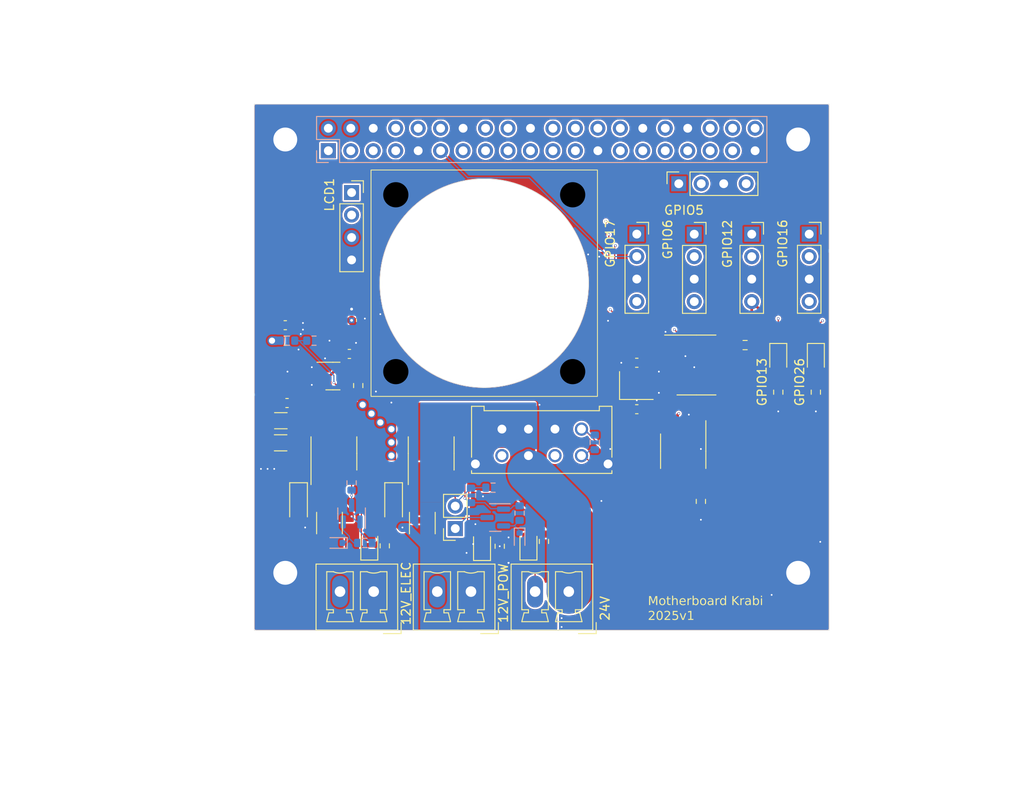
<source format=kicad_pcb>
(kicad_pcb (version 20221018) (generator pcbnew)
  (title_block (date "15 nov 2012"))
  (layers (0 "F.Cu" signal) (1 "In1.Cu" signal) (2 "In2.Cu" signal) (31 "B.Cu" signal) (34 "B.Paste" user) (35 "F.Paste" user) (36 "B.SilkS" user "B.Silkscreen") (37 "F.SilkS" user "F.Silkscreen") (38 "B.Mask" user) (39 "F.Mask" user) (44 "Edge.Cuts" user))
  (net 0 "")
  (net 1 "/GPIO4{slash}GPCLK0")
  (net 2 "/GPIO14{slash}TXD0")
  (net 3 "/GPIO15{slash}RXD0")
  (net 4 "/GPIO18{slash}PCM.CLK")
  (net 5 "/GPIO27")
  (net 6 "/GPIO22")
  (net 7 "/GPIO23")
  (net 8 "/GPIO24")
  (net 9 "R_MOSI")
  (net 10 "R_MISO")
  (net 11 "R_IO25")
  (net 12 "R_CLK")
  (net 13 "R_CEO")
  (net 14 "/GPIO7{slash}SPI0.CE1")
  (net 15 "/ID_SDA")
  (net 16 "/ID_SCL")
  (net 17 "R_IO5")
  (net 18 "R_IO6")
  (net 19 "R_IO12")
  (net 20 "/GPIO13{slash}PWM1")
  (net 21 "/GPIO19{slash}PCM.FS")
  (net 22 "R_IO16")
  (net 23 "/GPIO26")
  (net 24 "/GPIO20{slash}PCM.DIN")
  (net 25 "/GPIO21{slash}PCM.DOUT")
  (net 26 "Net-(U2-Rs)")
  (net 27 "Net-(D_12VE_OT1-K)")
  (net 28 "GND_ELEC")
  (net 29 "Net-(D_12VP_OT1-K)")
  (net 30 "GND_POW")
  (net 31 "Net-(D_12VE_INV1-K)")
  (net 32 "12V_ELEC")
  (net 33 "Net-(D_12VP_INV1-K)")
  (net 34 "12V_POWER")
  (net 35 "Net-(Q_12VP_1-G)")
  (net 36 "12VP_SEC_1")
  (net 37 "12V_POW_P")
  (net 38 "12VP_SEC_2")
  (net 39 "CAN_L")
  (net 40 "24V_POW_P")
  (net 41 "12V_ELEC_P")
  (net 42 "CAN_H")
  (net 43 "3_3V")
  (net 51 "Net-(U1-~{RESET})")
  (net 52 "Net-(U1-OSC2)")
  (net 54 "Net-(U1-OSC1)")
  (net 55 "Net-(U1-TXCAN)")
  (net 56 "Net-(U1-RXCAN)")
  (net 58 "SDA")
  (net 59 "SDL")
  (net 60 "5V")
  (net 61 "Net-(LED_12V_ELEC_1-A)")
  (net 62 "Net-(LED_12V_POW_1-A)")
  (net 63 "Net-(LED_24V_POW_1-A)")
  (net 64 "Net-(LED_R_1-A)")
  (net 65 "Net-(LED_R_2-A)")
  (net 66 "R_IO17")
  (net 67 "Net-(U3-SW)")
  (net 68 "Net-(U3-VBST)")
  (net 69 "Net-(U3-EN)")
  (net 70 "Net-(U3-VFB)")
  (footprint "Package_TO_SOT_SMD:SOT-23-6" (layer "F.Cu") (at 108.8875 74.25)
    (fp_text reference "U3")
    (fp_text value "TPS563200")
  )
  (footprint "MountingHole:MountingHole_2.7mm_M2.5" (layer "F.Cu") (at 161.5 47.5)
    (fp_text reference "MH2" hide)
    (fp_text value "MountingHole_2.7mm_M2.5" hide)
  )
  (footprint "powerboard:FAN_25mm" (layer "F.Cu") (at 126 63.75 90)
    (fp_text reference "FAN1")
    (fp_text value "Conn_01x02_Socket")
    (fp_circle (center 0 0) (end 11.8 0) (stroke (width 0.05)) (fill none) (layer "Edge.Cuts"))
  )
  (footprint "Package_SO:SOIC-8_3.9x4.9mm_P1.27mm" (layer "F.Cu") (at 148.5 82.75 -90)
    (fp_text reference "U2")
    (fp_text value "SN65HVD230")
  )
  (footprint "Connector_PinSocket_2.54mm:PinSocket_1x04_P2.54mm_Vertical" (layer "F.Cu") (at 156.25 58.21)
    (fp_text reference "GPIO12")
    (fp_text value "Conn_01x04_Socket")
  )
  (footprint "Package_SO:SOP-8_3.76x4.96mm_P1.27mm" (layer "F.Cu") (at 109 83 90)
    (fp_text reference "Q_12VP_1")
    (fp_text value "RS3L110AT")
  )
  (footprint "Package_SO:TSSOP-20_4.4x6.5mm_P0.65mm" (layer "F.Cu") (at 150 73)
    (fp_text reference "U1")
    (fp_text value "MCP2515-xST")
  )
  (footprint "LED_SMD:LED_0805_2012Metric" (layer "F.Cu") (at 113 93.375 90)
    (fp_text reference "LED_12V_ELEC_1")
    (fp_text value "LED")
  )
  (footprint "Connector_PinSocket_2.54mm:PinSocket_1x04_P2.54mm_Vertical" (layer "F.Cu") (at 143.25 58.2)
    (fp_text reference "GPIO17")
    (fp_text value "Conn_01x04_Socket")
  )
  (footprint "Package_SO:SOP-8_3.76x4.96mm_P1.27mm" (layer "F.Cu") (at 120 83 90)
    (fp_text reference "Q_12VP_2")
    (fp_text value "RS3L110AT")
  )
  (footprint "Capacitor_SMD:C_0603_1608Metric" (layer "F.Cu") (at 143.25 78 180)
    (fp_text reference "C1")
    (fp_text value "22pF")
  )
  (footprint "Connector_Phoenix_MC:PhoenixContact_MCV_1,5_2-G-3.81_1x02_P3.81mm_Vertical" (layer "F.Cu") (at 135.56 98.625 180)
    (fp_text reference "BAT_24V1")
    (fp_text value "Conn_01x02_Pin")
  )
  (footprint "Connector_PinSocket_2.54mm:PinSocket_1x04_P2.54mm_Vertical" (layer "F.Cu") (at 111 53.5)
    (fp_text reference "LCD1")
    (fp_text value "Conn_01x04_Socket")
  )
  (footprint "Resistor_SMD:R_0603_1608Metric" (layer "F.Cu") (at 150.5 88.425 90)
    (fp_text reference "R_RESET2")
    (fp_text value "1k")
  )
  (footprint "Resistor_SMD:R_0603_1608Metric" (layer "F.Cu") (at 163.5 76.075 90)
    (fp_text reference "R_LED_R_2")
    (fp_text value "560")
  )
  (footprint "Connector_Phoenix_MC:PhoenixContact_MCV_1,5_2-G-3.81_1x02_P3.81mm_Vertical" (layer "F.Cu") (at 113.5 98.625 180)
    (fp_text reference "BAT_ELEC1")
    (fp_text value "Conn_01x02_Pin")
  )
  (footprint "Capacitor_SMD:C_0603_1608Metric" (layer "F.Cu") (at 103.5 68.5)
    (fp_text reference "C_OUT_2")
    (fp_text value "22µ")
  )
  (footprint "Resistor_SMD:R_0603_1608Metric" (layer "F.Cu") (at 111.75 75.325 90)
    (fp_text reference "R_EN_1")
    (fp_text value "10k")
  )
  (footprint "Connector_Phoenix_MC:PhoenixContact_MCV_1,5_2-G-3.81_1x02_P3.81mm_Vertical" (layer "F.Cu") (at 124.5 98.625 180)
    (fp_text reference "BAT_12V_P1")
    (fp_text value "Conn_01x02_Pin")
  )
  (footprint "LED_SMD:LED_0805_2012Metric" (layer "F.Cu") (at 125.75 93.425 90)
    (fp_text reference "LED_12V_POW_1")
    (fp_text value "LED")
  )
  (footprint "Capacitor_SMD:C_0603_1608Metric" (layer "F.Cu") (at 143.25 72.75)
    (fp_text reference "C2")
    (fp_text value "22pF")
  )
  (footprint "MountingHole:MountingHole_2.7mm_M2.5" (layer "F.Cu") (at 103.5 96.5)
    (fp_text reference "MH3" hide)
    (fp_text value "MountingHole_2.7mm_M2.5" hide)
  )
  (footprint "MountingHole:MountingHole_2.7mm_M2.5" (layer "F.Cu") (at 103.5 47.5)
    (fp_text reference "MH1" hide)
    (fp_text value "MountingHole_2.7mm_M2.5" hide)
  )
  (footprint "Resistor_SMD:R_0603_1608Metric" (layer "F.Cu") (at 127.75 93.5 90)
    (fp_text reference "R_LED_12V_POW_1")
    (fp_text value "2.49k")
  )
  (footprint "Resistor_SMD:R_0603_1608Metric" (layer "F.Cu") (at 114.75 93.45 90)
    (fp_text reference "R_LED_12V_ELEC_1")
    (fp_text value "2.49k")
  )
  (footprint "LED_SMD:LED_0805_2012Metric" (layer "F.Cu") (at 131 93.375 90)
    (fp_text reference "LED_24V_POW_1")
    (fp_text value "LED")
  )
  (footprint "powerboard:VLS4020CX-H" (layer "F.Cu") (at 105.6375 76 180)
    (fp_text reference "L2")
    (fp_text value "3.3µH")
  )
  (footprint "Resistor_SMD:R_0603_1608Metric" (layer "F.Cu") (at 155.5 70.75)
    (fp_text reference "R_RESET1")
    (fp_text value "10k")
  )
  (footprint "Capacitor_SMD:C_1206_3216Metric" (layer "F.Cu") (at 102.975 81.8 180)
    (fp_text reference "C_IN_1")
    (fp_text value "10µ")
  )
  (footprint "Diode_SMD:D_SOD-123F" (layer "F.Cu") (at 115.75 88.525 -90)
    (fp_text reference "D_12VP_INV1")
    (fp_text value "~")
  )
  (footprint "Fuse:Fuse_Littelfuse-NANO2-451_453" (layer "F.Cu") (at 108.5 90.875 -90)
    (fp_text reference "F_12VE1")
    (fp_text value "Fuse")
  )
  (footprint "Connector_PinSocket_2.54mm:PinSocket_1x04_P2.54mm_Vertical" (layer "F.Cu") (at 162.75 58.2)
    (fp_text reference "GPIO16")
    (fp_text value "Conn_01x04_Socket")
  )
  (footprint "Capacitor_SMD:C_0603_1608Metric" (layer "F.Cu") (at 103.5 70.25)
    (fp_text reference "C_OUT_1")
    (fp_text value "22µ")
  )
  (footprint "Connector_Molex:Molex_Micro-Fit_3.0_43045-0812_2x04_P3.00mm_Vertical" (layer "F.Cu") (at 128 80.25)
    (fp_text reference "J2")
    (fp_text value "Conn_02x04_Top_Bottom")
  )
  (footprint "Resistor_SMD:R_0603_1608Metric" (layer "F.Cu") (at 132.75 92.95 90)
    (fp_text reference "R_LED_24V_POW_1")
    (fp_text value "11k")
  )
  (footprint "Resistor_SMD:R_0603_1608Metric" (layer "F.Cu") (at 159.25 76.075 90)
    (fp_text reference "R_LED_R_1")
    (fp_text value "560")
  )
  (footprint "MountingHole:MountingHole_2.7mm_M2.5" (layer "F.Cu") (at 161.5 96.5)
    (fp_text reference "MH4" hide)
    (fp_text value "MountingHole_2.7mm_M2.5" hide)
  )
  (footprint "LED_SMD:LED_0805_2012Metric" (layer "F.Cu") (at 159.25 72.25 -90)
    (fp_text reference "LED_R_1")
    (fp_text value "LED")
  )
  (footprint "Capacitor_SMD:C_0603_1608Metric" (layer "F.Cu") (at 103.7 77.3 180)
    (fp_text reference "C_IN_3")
    (fp_text value "0.1µ")
  )
  (footprint "LED_SMD:LED_0805_2012Metric" (layer "F.Cu") (at 163.5 72.25 -90)
    (fp_text reference "LED_R_2")
    (fp_text value "LED")
  )
  (footprint "Connector_PinSocket_2.54mm:PinSocket_1x04_P2.54mm_Vertical" (layer "F.Cu") (at 148 52.5 90)
    (fp_text reference "GPIO5")
    (fp_text value "Conn_01x04_Socket")
  )
  (footprint "Connector_PinSocket_2.54mm:PinSocket_1x04_P2.54mm_Vertical" (layer "F.Cu") (at 149.75 58.21)
    (fp_text reference "GPIO6")
    (fp_text value "Conn_01x04_Socket")
  )
  (footprint "Capacitor_SMD:C_1206_3216Metric" (layer "F.Cu") (at 103 79.3 180)
    (fp_text reference "C_IN_2")
    (fp_text value "10µ")
  )
  (footprint "Fuse:Fuse_Littelfuse-NANO2-451_453" (layer "F.Cu") (at 119 90.875 -90)
    (fp_text reference "F_12VP1")
    (fp_text value "Fuse")
  )
  (footprint "Diode_SMD:D_SOD-123F" (layer "F.Cu") (at 105 88.525 -90)
    (fp_text reference "D_12VE_INV1")
    (fp_text value "D")
  )
  (footprint "Capacitor_SMD:C_0603_1608Metric" (layer "F.Cu") (at 110.75 71.75)
    (fp_text reference "C_BST_1")
    (fp_text value "0.1µ")
  )
  (footprint "Oscillator:Oscillator_SMD_Abracon_ASE-4Pin_3.2x2.5mm" (layer "F.Cu") (at 143.2 75.325)
    (fp_text reference "Y1")
    (fp_text value "AMB8-12Mhz")
  )
  (footprint "Connector_PinSocket_2.54mm:PinSocket_1x02_P2.54mm_Vertical" (layer "F.Cu") (at 122.725 91.5 180)
    (fp_text reference "J3")
    (fp_text value "Conn_01x03")
  )
  (footprint "Connector_PinSocket_2.54mm:PinSocket_2x20_P2.54mm_Vertical" (layer "B.Cu") (at 108.37 48.77 -90)
    (fp_text reference "J1")
    (fp_text value "GPIO")
  )
  (footprint "Package_TO_SOT_SMD:SOT-23" (layer "B.Cu") (at 111 89.8125 90)
    (fp_text reference "Q_P12VE_1")
    (fp_text value "2N3906")
  )
  (footprint "Diode_SMD:D_SOD-523" (layer "B.Cu") (at 130 92.7 -90)
    (fp_text reference "D_12VP_OT1")
    (fp_text value "EDZV13B")
  )
  (footprint "Package_TO_SOT_SMD:SOT-23" (layer "B.Cu") (at 127.25 90.25 180)
    (fp_text reference "Q_P12VP_1")
    (fp_text value "2N3906")
  )
  (footprint "Resistor_SMD:R_0603_1608Metric" (layer "B.Cu") (at 103.75 70.25 180)
    (fp_text reference "R_FB_2")
    (fp_text value "54.9k")
  )
  (footprint "Resistor_SMD:R_0603_1608Metric" (layer "B.Cu") (at 138.5 81.75 -90)
    (fp_text reference "R_CAN1")
    (fp_text value "120")
  )
  (footprint "Diode_SMD:D_SOD-523" (layer "B.Cu") (at 109.25 93.125 180)
    (fp_text reference "D_12VE_OT1")
    (fp_text value "EDZV13B")
  )
  (footprint "Resistor_SMD:R_0603_1608Metric" (layer "B.Cu") (at 124.5 87.75 90)
    (fp_text reference "R_12VP_3")
    (fp_text value "1M")
  )
  (footprint "Resistor_SMD:R_0603_1608Metric" (layer "B.Cu") (at 106.75 70.25)
    (fp_text reference "R_FB_1")
    (fp_text value "10k")
  )
  (footprint "Resistor_SMD:R_0603_1608Metric" (layer "B.Cu") (at 111 86.325 90)
    (fp_text reference "R_12VE_2")
    (fp_text value "2.2k")
  )
  (footprint "Resistor_SMD:R_0603_1608Metric" (layer "B.Cu") (at 112.5 93.125 180)
    (fp_text reference "R_12VE_1")
    (fp_text value "10k")
  )
  (footprint "Resistor_SMD:R_0603_1608Metric" (layer "B.Cu") (at 130 89.75 -90)
    (fp_text reference "R_12VP_1")
    (fp_text value "10k")
  )
  (footprint "Resistor_SMD:R_0603_1608Metric" (layer "B.Cu") (at 127 86.875)
    (fp_text reference "R_12VP_2")
    (fp_text value "2.2k")
  )
  (gr_rect (start 100 43.5) (end 165 103) (stroke (width 0.05)) (fill none) (layer "Edge.Cuts"))
  (gr_text "GPIO13" (at 158 77.75 90) (layer "F.SilkS") (effects (font (size 1 1)) (justify left bottom)))
  (gr_text "GPIO26" (at 162.25 77.75 90) (layer "F.SilkS") (effects (font (size 1 1)) (justify left bottom)))
  (gr_text "12V_ELEC" (at 117.75 102.5 90) (layer "F.SilkS") (effects (font (size 1 1)) (justify left bottom)))
  (gr_text "12V_POW" (at 128.75 102.25 90) (layer "F.SilkS") (effects (font (size 1 1)) (justify left bottom)))
  (gr_text "Motherboard Krabi\n2025v1\n" (at 144.5 102) (layer "F.SilkS") (effects (font (size 1 1)) (justify left bottom)))
  (gr_text "24V" (at 140.25 102 90) (layer "F.SilkS") (effects (font (size 1 1)) (justify left bottom)))
  (segment (start 152.8625 72.675) (end 152.364171 72.675) (width 0.127) (layer "F.Cu") (net 9))
  (segment (start 147.947171 68.258) (end 141.758 68.258) (width 0.127) (layer "F.Cu") (net 9))
  (segment (start 141.758 68.258) (end 140.25 66.75) (width 0.127) (layer "F.Cu") (net 9))
  (segment (start 152.364171 72.675) (end 147.947171 68.258) (width 0.127) (layer "F.Cu") (net 9))
  (via (at 140.25 66.75) (size 0.3) (drill 0.2) (layers "F.Cu" "B.Cu") (net 9))
  (segment (start 140.655619 66.014829) (end 140.64479 66.014829) (width 0.127) (layer "F.Cu") (net 10))
  (segment (start 140.64479 66.014829) (end 140.09 65.460039) (width 0.127) (layer "F.Cu") (net 10))
  (segment (start 148.14479 68.004) (end 142.64479 68.004) (width 0.127) (layer "F.Cu") (net 10))
  (segment (start 152.16579 72.025) (end 148.14479 68.004) (width 0.127) (layer "F.Cu") (net 10))
  (segment (start 140.09 65.460039) (end 140.09 58.25) (width 0.127) (layer "F.Cu") (net 10))
  (segment (start 142.64479 68.004) (end 140.655619 66.014829) (width 0.127) (layer "F.Cu") (net 10))
  (segment (start 152.8625 72.025) (end 152.16579 72.025) (width 0.127) (layer "F.Cu") (net 10))
  (via (at 140.09 58.25) (size 0.3) (drill 0.2) (layers "F.Cu" "B.Cu") (net 10))
  (segment (start 151.25 73.510829) (end 152.364171 74.625) (width 0.127) (layer "F.Cu") (net 11))
  (segment (start 147.5 69) (end 151.25 72.75) (width 0.127) (layer "F.Cu") (net 11))
  (segment (start 152.364171 74.625) (end 152.8625 74.625) (width 0.127) (layer "F.Cu") (net 11))
  (segment (start 151.25 72.75) (end 151.25 73.510829) (width 0.127) (layer "F.Cu") (net 11))
  (via (at 147.5 69) (size 0.3) (drill 0.2) (layers "F.Cu" "B.Cu") (net 11))
  (segment (start 152.8625 73.975) (end 152.364171 73.975) (width 0.127) (layer "F.Cu") (net 12))
  (segment (start 152.364171 73.975) (end 151.75 73.360829) (width 0.127) (layer "F.Cu") (net 12))
  (segment (start 147.762 68.512) (end 141.512 68.512) (width 0.127) (layer "F.Cu") (net 12))
  (segment (start 151.75 72.5) (end 147.762 68.512) (width 0.127) (layer "F.Cu") (net 12))
  (segment (start 139.75 66.75) (end 139.75 56.75) (width 0.127) (layer "F.Cu") (net 12))
  (segment (start 141.512 68.512) (end 139.75 66.75) (width 0.127) (layer "F.Cu") (net 12))
  (segment (start 151.75 73.360829) (end 151.75 72.5) (width 0.127) (layer "F.Cu") (net 12))
  (via (at 139.75 56.75) (size 0.3) (drill 0.2) (layers "F.Cu" "B.Cu") (net 12))
  (segment (start 140.84 59.5) (end 140.75 59.59) (width 0.127) (layer "F.Cu") (net 13))
  (segment (start 142.75 67.75) (end 140.75 65.75) (width 0.127) (layer "F.Cu") (net 13))
  (segment (start 148.25 67.75) (end 142.75 67.75) (width 0.127) (layer "F.Cu") (net 13))
  (segment (start 140.75 65.75) (end 140.75 65.760829) (width 0.127) (layer "F.Cu") (net 13))
  (segment (start 152.8625 71.375) (end 151.875 71.375) (width 0.127) (layer "F.Cu") (net 13))
  (segment (start 151.875 71.375) (end 148.25 67.75) (width 0.127) (layer "F.Cu") (net 13))
  (segment (start 140.75 59.59) (end 140.75 65.75) (width 0.127) (layer "F.Cu") (net 13))
  (via (at 140.84 59.5) (size 0.3) (drill 0.2) (layers "F.Cu" "B.Cu") (net 13))
  (segment (start 159.25 71.3125) (end 159.25 67.75) (width 0.127) (layer "F.Cu") (net 20))
  (via (at 159.25 67.75) (size 0.3) (drill 0.2) (layers "F.Cu" "B.Cu") (net 20))
  (segment (start 163.5 71.3125) (end 163.5 68.75) (width 0.127) (layer "F.Cu") (net 23))
  (segment (start 164 68.25) (end 164.25 68) (width 0.127) (layer "F.Cu") (net 23))
  (segment (start 163.5 68.75) (end 164 68.25) (width 0.127) (layer "F.Cu") (net 23))
  (via (at 164.25 68) (size 0.3) (drill 0.2) (layers "F.Cu" "B.Cu") (net 23))
  (segment (start 150.5 87.6) (end 150.5 85.32) (width 0.127) (layer "F.Cu") (net 26))
  (segment (start 150.5 85.32) (end 150.405 85.225) (width 0.127) (layer "F.Cu") (net 26))
  (segment (start 111.25 93.125) (end 111.675 93.125) (width 0.127) (layer "B.Cu") (net 27))
  (segment (start 110.75 92.625) (end 111.25 93.125) (width 0.127) (layer "B.Cu") (net 27))
  (segment (start 109.95 93.125) (end 110.25 93.125) (width 0.127) (layer "B.Cu") (net 27))
  (segment (start 111.675 93.125) (end 111.675 92.9625) (width 0.127) (layer "B.Cu") (net 27))
  (segment (start 110.05 91.675) (end 110.05 90.75) (width 0.127) (layer "B.Cu") (net 27))
  (segment (start 110.75 92.375) (end 110.05 91.675) (width 0.127) (layer "B.Cu") (net 27))
  (segment (start 110.25 93.125) (end 110.75 92.625) (width 0.127) (layer "B.Cu") (net 27))
  (segment (start 110.75 92.625) (end 110.75 92.375) (width 0.127) (layer "B.Cu") (net 27))
  (segment (start 144.25 76.15) (end 144.1 76.15) (width 0.127) (layer "F.Cu") (net 28))
  (segment (start 102.25 85.25) (end 102.25 84.75) (width 0.127) (layer "F.Cu") (net 28))
  (segment (start 145.75 76.15) (end 146.9125 76.15) (width 0.127) (layer "F.Cu") (net 28))
  (segment (start 101.5 79.325) (end 101.525 79.3) (width 0.127) (layer "F.Cu") (net 28))
  (segment (start 144.1 76.15) (end 143.25 77) (width 0.127) (layer "F.Cu") (net 28))
  (segment (start 146.9125 76.15) (end 147.1375 75.925) (width 0.127) (layer "F.Cu") (net 28))
  (segment (start 101.5 84.75) (end 101.5 81.8) (width 0.127) (layer "F.Cu") (net 28))
  (segment (start 101.5 86.25) (end 101.5 85.5) (width 0.127) (layer "F.Cu") (net 28))
  (segment (start 101.5 86) (end 102.25 85.25) (width 0.127) (layer "F.Cu") (net 28))
  (segment (start 149.135 80.275) (end 149.135 78.615) (width 0.127) (layer "F.Cu") (net 28))
  (segment (start 101.5 88.55) (end 101.5 86.25) (width 0.127) (layer "F.Cu") (net 28))
  (segment (start 102.925 77.9) (end 102.925 77.3) (width 0.127) (layer "F.Cu") (net 28))
  (segment (start 108.5 70.25) (end 104.275 70.25) (width 0.127) (layer "F.Cu") (net 28))
  (segment (start 107.75 71) (end 107.75 73.3) (width 0.127) (layer "F.Cu") (net 28))
  (segment (start 144.25 76.15) (end 143.8 76.15) (width 0.127) (layer "F.Cu") (net 28))
  (segment (start 101.5 86.25) (end 101.5 86) (width 0.127) (layer "F.Cu") (net 28))
  (segment (start 108.5 70.25) (end 107.75 71) (width 0.127) (layer "F.Cu") (net 28))
  (segment (start 159.25 76.9) (end 159.25 78.25) (width 0.127) (layer "F.Cu") (net 28))
  (segment (start 163.5 76.9) (end 163.5 78.25) (width 0.127) (layer "F.Cu") (net 28))
  (segment (start 142.15 74.5) (end 142.15 73.075) (width 0.127) (layer "F.Cu") (net 28))
  (segment (start 114.75 94.275) (end 114.75 97.375) (width 0.127) (layer "F.Cu") (net 28))
  (segment (start 101.5 86) (end 101.5 84.75) (width 0.127) (layer "F.Cu") (net 28))
  (segment (start 144.025 77.875) (end 145.75 76.15) (width 0.127) (layer "F.Cu") (net 28))
  (segment (start 103.75 70.775) (end 104.275 70.25) (width 0.127) (layer "F.Cu") (net 28))
  (segment (start 144.025 78) (end 144.025 77.875) (width 0.127) (layer "F.Cu") (net 28))
  (segment (start 105.75 91.375) (end 105 90.625) (width 0.127) (layer "F.Cu") (net 28))
  (segment (start 105 89.925) (end 101.5 86.425) (width 0.127) (layer "F.Cu") (net 28))
  (segment (start 150.5 89.25) (end 150.5 90.5) (width 0.127) (layer "F.Cu") (net 28))
  (segment (start 103.75 76.475) (end 103.75 70.775) (width 0.127) (layer "F.Cu") (net 28))
  (segment (start 142.15 73.075) (end 142.475 72.75) (width 0.127) (layer "F.Cu") (net 28))
  (segment (start 101.525 79.3) (end 102.925 77.9) (width 0.127) (layer "F.Cu") (net 28))
  (segment (start 104.275 70.25) (end 104.275 68.5) (width 0.127) (layer "F.Cu") (net 28))
  (segment (start 101.5 85.5) (end 100.75 84.75) (width 0.127) (layer "F.Cu") (net 28))
  (segment (start 144.25 76.15) (end 145.75 76.15) (width 0.127) (layer "F.Cu") (net 28))
  (segment (start 142.475 72.75) (end 141.5 72.75) (width 0.127) (layer "F.Cu") (net 28))
  (segment (start 101.5 81.8) (end 101.5 79.325) (width 0.127) (layer "F.Cu") (net 28))
  (segment (start 114.75 97.375) (end 113.5 98.625) (width 0.127) (layer "F.Cu") (net 28))
  (segment (start 102.925 77.3) (end 103.75 76.475) (width 0.127) (layer "F.Cu") (net 28))
  (segment (start 105 90.625) (end 105 89.925) (width 0.127) (layer "F.Cu") (net 28))
  (via (at 137.75 60.5) (size 0.3) (drill 0.2) (layers "F.Cu" "B.Cu") (net 28))
  (via (at 158.5 99) (size 0.3) (drill 0.2) (layers "F.Cu" "B.Cu") (net 28))
  (via (at 105 71.25) (size 0.3) (drill 0.2) (layers "F.Cu" "B.Cu") (net 28))
  (via (at 140 68) (size 0.3) (drill 0.2) (layers "F.Cu" "B.Cu") (net 28))
  (via (at 111.5 70.5) (size 0.3) (drill 0.2) (layers "F.Cu" "B.Cu") (net 28))
  (via (at 134.75 102.625) (size 0.3) (drill 0.2) (layers "F.Cu" "B.Cu") (net 28))
  (via (at 146.5 69.25) (size 0.3) (drill 0.2) (layers "F.Cu" "B.Cu") (net 28))
  (via (at 108 72.25) (size 0.3) (drill 0.2) (layers "F.Cu" "B.Cu") (net 28))
  (via (at 106.5 75.25) (size 0.3) (drill 0.2) (layers "F.Cu" "B.Cu") (net 28))
  (via (at 115.5 77.25) (size 0.3) (drill 0.2) (layers "F.Cu" "B.Cu") (net 28))
  (via (at 149.75 73.25) (size 0.3) (drill 0.2) (layers "F.Cu" "B.Cu") (net 28))
  (via (at 101.5 84.75) (size 0.3) (drill 0.2) (layers "F.Cu" "B.Cu") (net 28))
  (via (at 106.5 73.25) (size 0.3) (drill 0.2) (layers "F.Cu" "B.Cu") (net 28))
  (via (at 149.135 78.615) (size 0.3) (drill 0.2) (layers "F.Cu" "B.Cu") (net 28))
  (via (at 148.75 72) (size 0.3) (drill 0.2) (layers "F.Cu" "B.Cu") (net 28))
  (via (at 132.25 77.5) (size 0.3) (drill 0.2) (layers "F.Cu" "B.Cu") (net 28))
  (via (at 113.75 76) (size 0.3) (drill 0.2) (layers "F.Cu" "B.Cu") (net 28))
  (via (at 105.75 91.375) (size 0.3) (drill 0.2) (layers "F.Cu" "B.Cu") (net 28))
  (via (at 141.5 72.75) (size 0.3) (drill 0.2) (layers "F.Cu" "B.Cu") (net 28))
  (via (at 164 93) (size 0.3) (drill 0.2) (layers "F.Cu" "B.Cu") (net 28))
  (via (at 105.5 69) (size 0.3) (drill 0.2) (layers "F.Cu" "B.Cu") (net 28))
  (via (at 112.5 67.75) (size 0.3) (drill 0.2) (layers "F.Cu" "B.Cu") (net 28))
  (via (at 102.25 84.75) (size 0.3) (drill 0.2) (layers "F.Cu" "B.Cu") (net 28))
  (via (at 145.75 76.15) (size 0.3) (drill 0.2) (layers "F.Cu" "B.Cu") (net 28))
  (via (at 100.75 84.75) (size 0.3) (drill 0.2) (layers "F.Cu" "B.Cu") (net 28))
  (via (at 140.25 82.5) (size 0.3) (drill 0.2) (layers "F.Cu" "B.Cu") (net 28))
  (via (at 108.5 70.25) (size 0.3) (drill 0.2) (layers "F.Cu" "B.Cu") (net 28))
  (via (at 150.5 90.5) (size 0.3) (drill 0.2) (layers "F.Cu" "B.Cu") (net 28))
  (via (at 143.25 77) (size 0.3) (drill 0.2) (layers "F.Cu" "B.Cu") (net 28))
  (via (at 145.75 73.75) (size 0.3) (drill 0.2) (layers "F.Cu" "B.Cu") (net 28))
  (via (at 105.25 69.5) (size 0.3) (drill 0.2) (layers "F.Cu" "B.Cu") (net 28))
  (via (at 163.5 78.25) (size 0.3) (drill 0.2) (layers "F.Cu" "B.Cu") (net 28))
  (via (at 159.25 78.25) (size 0.3) (drill 0.2) (layers "F.Cu" "B.Cu") (net 28))
  (via (at 103.75 73.75) (size 0.3) (drill 0.2) (layers "F.Cu" "B.Cu") (net 28))
  (via (at 139.25 88.375) (size 0.3) (drill 0.2) (layers "F.Cu" "B.Cu") (net 28))
  (via (at 139 60.75) (size 0.3) (drill 0.2) (layers "F.Cu" "B.Cu") (net 28))
  (via (at 105.5 68.25) (size 0.3) (drill 0.2) (layers "F.Cu" "B.Cu") (net 28))
  (via (at 134.75 101.625) (size 0.3) (drill 0.2) (layers "F.Cu" "B.Cu") (net 28))
  (via (at 150.5 82.5) (size 0.3) (drill 0.2) (layers "F.Cu" "B.Cu") (net 28))
  (via (at 114.25 67.25) (size 0.3) (drill 0.2) (layers "F.Cu" "B.Cu") (net 28))
  (segment (start 156.25 63.29) (end 162.74 63.29) (width 1) (layer "B.Cu") (net 28))
  (segment (start 158.107 45.618206) (end 158.107 47.293) (width 1) (layer "B.Cu") (net 28))
  (segment (start 106.893 50.247) (end 106.82 50.174) (width 1) (layer "B.Cu") (net 28))
  (segment (start 123.61 46.23) (end 122.133 44.753) (width 1) (layer "B.Cu") (net 28))
  (segment (start 158.107 47.293) (end 156.63 48.77) (width 1) (layer "B.Cu") (net 28))
  (segment (start 147.533 44.753) (end 145.407 44.753) (width 1) (layer "B.Cu") (net 28))
  (segment (start 145.407 44.753) (end 143.93 46.23) (width 1) (layer "B.Cu") (net 28))
  (segment (start 110.053 62.067) (end 110.053 84.603) (width 1) (layer "B.Cu") (net 28))
  (segment (start 129.753 44.753) (end 125.087 44.753) (width 1) (layer "B.Cu") (net 28))
  (segment (start 111 61.12) (end 110.053 62.067) (width 1) (layer "B.Cu") (net 28))
  (segment (start 162.74 63.29) (end 162.75 63.28) (width 1) (layer "B.Cu") (net 28))
  (segment (start 135.5 78.25) (end 133.5 80.25) (width 0.127) (layer "B.Cu") (net 28))
  (segment (start 157.241794 44.753) (end 158.107 45.618206) (width 1) (layer "B.Cu") (net 28))
  (segment (start 110 94.375) (end 108.75 94.375) (width 0.127) (layer "B.Cu") (net 28))
  (segment (start 110.053 84.603) (end 111 85.55) (width 1) (layer "B.Cu") (net 28))
  (segment (start 149.75 63.29) (end 153.08 59.96) (width 1) (layer "B.Cu") (net 28))
  (segment (start 106.82 45.587968) (end 107.727968 44.68) (width 1) (layer "B.Cu") (net 28))
  (segment (start 131.23 46.23) (end 132.707 44.753) (width 1) (layer "B.Cu") (net 28))
  (segment (start 111 61.12) (end 114.061794 58.058206) (width 1) (layer "B.Cu") (net 28))
  (segment (start 111.25 95.625) (end 110 94.375) (width 0.127) (layer "B.Cu") (net 28))
  (segment (start 132.707 44.753) (end 142.453 44.753) (width 1) (layer "B.Cu") (net 28))
  (segment (start 151.53 54.05) (end 153.08 52.5) (width 1) (layer "B.Cu") (net 28))
  (segment (start 107.727968 44.68) (end 111.9 44.68) (width 1) (layer "B.Cu") (net 28))
  (segment (start 153.08 59.96) (end 153.08 52.5) (width 1) (layer "B.Cu") (net 28))
  (segment (start 106.82 50.174) (end 106.82 45.587968) (width 1) (layer "B.Cu") (net 28))
  (segment (start 125.087 44.753) (end 123.61 46.23) (width 1) (layer "B.Cu") (net 28))
  (segment (start 111.9 44.68) (end 113.45 46.23) (width 1) (layer "B.Cu") (net 28))
  (segment (start 144.13 54.05) (end 151.53 54.05) (width 1) (layer "B.Cu") (net 28))
  (segment (start 149.75 63.29) (end 156.25 63.29) (width 1) (layer "B.Cu") (net 28))
  (segment (start 118.078794 48.77) (end 118.53 48.77) (width 1) (layer "B.Cu") (net 28))
  (segment (start 153.08 52.32) (end 156.63 48.77) (width 1) (layer "B.Cu") (net 28))
  (segment (start 153.08 52.5) (end 153.08 52.32) (width 1) (layer "B.Cu") (net 28))
  (segment (start 108.75 93.125) (end 108.55 93.125) (width 0.127) (layer "B.Cu") (net 28))
  (segment (start 150.487 44.753) (end 157.241794 44.753) (width 1) (layer "B.Cu") (net 28))
  (segment (start 149.01 46.23) (end 147.533 44.753) (width 1) (layer "B.Cu") (net 28))
  (segment (start 108.5 70.25) (end 107.575 70.25) (width 0.127) (layer "B.Cu") (net 28))
  (segment (start 107.575 70.25) (end 107.575 70.105) (width 0.127) (layer "B.Cu") (net 28))
  (segment (start 118.53 48.77) (end 117.053 50.247) (width 1) (layer "B.Cu") (net 28))
  (segment (start 112.75 95.625) (end 111.25 95.625) (width 0.127) (layer "B.Cu") (net 28))
  (segment (start 149.74 63.28) (end 149.75 63.29) (width 1) (layer "B.Cu") (net 28))
  (segment (start 113.5 98.625) (end 113.5 96.375) (width 0.127) (layer "B.Cu") (net 28))
  (segment (start 131.23 46.23) (end 129.753 44.753) (width 1) (layer "B.Cu") (net 28))
  (segment (start 117.053 50.247) (end 106.893 50.247) (width 1) (layer "B.Cu") (net 28))
  (segment (start 113.5 96.375) (end 112.75 95.625) (width 0.127) (layer "B.Cu") (net 28))
  (segment (start 143.25 63.28) (end 149.74 63.28) (width 1) (layer "B.Cu") (net 28))
  (segment (start 114.061794 52.787) (end 118.078794 48.77) (width 1) (layer "B.Cu") (net 28))
  (segment (start 142.25 78.25) (end 135.5 78.25) (width 0.127) (layer "B.Cu") (net 28))
  (segment (start 142.453 44.753) (end 143.93 46.23) (width 1) (layer "B.Cu") (net 28))
  (segment (start 114.061794 58.058206) (end 114.061794 52.787) (width 1) (layer "B.Cu") (net 28))
  (segment (start 138.85 48.77) (end 144.13 54.05) (width 1) (layer "B.Cu") (net 28))
  (segment (start 122.133 44.753) (end 114.927 44.753) (width 1) (layer "B.Cu") (net 28))
  (segment (start 110 94.375) (end 108.75 93.125) (width 0.127) (layer "B.Cu") (net 28))
  (segment (start 107.575 70.105) (end 111 66.68) (width 0.127) (layer "B.Cu") (net 28))
  (segment (start 108.75 94.375) (end 105.75 91.375) (width 0.127) (layer "B.Cu") (net 28))
  (segment (start 149.01 46.23) (end 150.487 44.753) (width 1) (layer "B.Cu") (net 28))
  (segment (start 114.927 44.753) (end 113.45 46.23) (width 1) (layer "B.Cu") (net 28))
  (segment (start 129.625 90.45) (end 129.75 90.325) (width 0.127) (layer "B.Cu") (net 29))
  (segment (start 128.3875 91) (end 128.1875 91.2) (width 0.127) (layer "B.Cu") (net 29))
  (segment (start 129.375 91.2) (end 129.2 91.2) (width 0.127) (layer "B.Cu") (net 29))
  (segment (start 130 90.575) (end 129.375 91.2) (width 0.127) (layer "B.Cu") (net 29))
  (segment (start 129.45 91.2) (end 129.2 91.2) (width 0.127) (layer "B.Cu") (net 29))
  (segment (start 129.2 91.2) (end 128.1875 91.2) (width 0.127) (layer "B.Cu") (net 29))
  (segment (start 130 91.75) (end 129.45 91.2) (width 0.127) (layer "B.Cu") (net 29))
  (segment (start 130 92) (end 130 91.75) (width 0.127) (layer "B.Cu") (net 29))
  (segment (start 128.75 91) (end 128.3875 91) (width 0.127) (layer "B.Cu") (net 29))
  (segment (start 115.75 89.925) (end 115.75 90.375) (width 1) (layer "F.Cu") (net 30))
  (segment (start 128.75 94.935878) (end 130.363878 93.322) (width 0.127) (layer "F.Cu") (net 30))
  (segment (start 115.75 90.375) (end 116.75 91.375) (width 1) (layer "F.Cu") (net 30))
  (segment (start 128.75 95.375) (end 128.75 94.935878) (width 0.127) (layer "F.Cu") (net 30))
  (segment (start 130.363878 93.322) (end 132.297 93.322) (width 0.127) (layer "F.Cu") (net 30))
  (segment (start 132.297 93.322) (end 132.75 93.775) (width 0.127) (layer "F.Cu") (net 30))
  (via (at 124.75 93.25) (size 0.3) (drill 0.2) (layers "F.Cu" "B.Cu") (net 30))
  (via (at 128.75 95.375) (size 0.3) (drill 0.2) (layers "F.Cu" "B.Cu") (net 30))
  (via (at 116.75 91.375) (size 0.3) (drill 0.2) (layers "F.Cu" "B.Cu") (net 30))
  (via (at 128.75 95.375) (size 0.3) (drill 0.2) (layers "F.Cu" "B.Cu") (net 30))
  (via (at 125.859264 87.857594) (size 0.3) (drill 0.2) (layers "F.Cu" "B.Cu") (net 30))
  (via (at 128.75 95.375) (size 0.3) (drill 0.2) (layers "F.Cu" "B.Cu") (net 30))
  (via (at 127.75 93.5) (size 0.3) (drill 0.2) (layers "F.Cu" "B.Cu") (net 30))
  (via (at 125 91) (size 0.3) (drill 0.2) (layers "F.Cu" "B.Cu") (net 30))
  (via (at 124 94.25) (size 0.3) (drill 0.2) (layers "F.Cu" "B.Cu") (net 30))
  (via (at 128.75 92.5) (size 0.3) (drill 0.2) (layers "F.Cu" "B.Cu") (net 30))
  (segment (start 117.25 91.375) (end 116.75 91.375) (width 1) (layer "B.Cu") (net 30))
  (segment (start 128.075 86.875) (end 128.2595 87.0595) (width 0.127) (layer "B.Cu") (net 30))
  (segment (start 124.5 98.625) (end 117.25 91.375) (width 1) (layer "B.Cu") (net 30))
  (segment (start 108.5 86.6725) (end 109.635 85.5375) (width 0.127) (layer "F.Cu") (net 31))
  (segment (start 108.5 85.6725) (end 108.365 85.5375) (width 0.127) (layer "F.Cu") (net 31))
  (segment (start 108.5 88.42) (end 108.5 85.6725) (width 0.127) (layer "F.Cu") (net 31))
  (segment (start 105.545 88.42) (end 108.5 88.42) (width 0.127) (layer "F.Cu") (net 31))
  (segment (start 105 87.875) (end 105.545 88.42) (width 0.127) (layer "F.Cu") (net 31))
  (segment (start 108.5 88.42) (end 108.5 86.6725) (width 0.127) (layer "F.Cu") (net 31))
  (segment (start 111 90.125) (end 109.295 88.42) (width 0.127) (layer "F.Cu") (net 31))
  (segment (start 108.5 88.625) (end 108.5 88.42) (width 0.127) (layer "F.Cu") (net 31))
  (segment (start 109.295 88.42) (end 108.5 88.42) (width 0.127) (layer "F.Cu") (net 31))
  (segment (start 108.5 86.9425) (end 107.095 85.5375) (width 0.127) (layer "F.Cu") (net 31))
  (segment (start 105 87.125) (end 105 87.875) (width 0.127) (layer "F.Cu") (net 31))
  (segment (start 108.5 88.42) (end 108.5 86.9425) (width 0.127) (layer "F.Cu") (net 31))
  (via (at 111 90.125) (size 0.3) (drill 0.2) (layers "F.Cu" "B.Cu") (net 31))
  (segment (start 113.25 93.125) (end 111.95 91.825) (width 0.127) (layer "B.Cu") (net 31))
  (segment (start 111.625 90.75) (end 111 90.125) (width 0.127) (layer "B.Cu") (net 31))
  (segment (start 111.95 91.825) (end 111.95 90.75) (width 0.127) (layer "B.Cu") (net 31))
  (segment (start 113.325 93.125) (end 113.25 93.125) (width 0.127) (layer "B.Cu") (net 31))
  (segment (start 111.95 90.75) (end 111.625 90.75) (width 0.127) (layer "B.Cu") (net 31))
  (segment (start 108.64375 97.57875) (end 108.64375 96.102184) (width 5) (layer "F.Cu") (net 32))
  (segment (start 109.69 98.625) (end 108.64375 97.57875) (width 5) (layer "F.Cu") (net 32))
  (segment (start 118.095 86.845) (end 118.095 85.5375) (width 0.127) (layer "F.Cu") (net 33))
  (segment (start 118.25 87) (end 118.095 86.845) (width 0.127) (layer "F.Cu") (net 33))
  (segment (start 123.812147 88.062147) (end 123.812147 85.95793) (width 0.127) (layer "F.Cu") (net 33))
  (segment (start 116.59 88.42) (end 119.25 88.42) (width 0.127) (layer "F.Cu") (net 33))
  (segment (start 122.104217 84.25) (end 121.705783 84.25) (width 0.127) (layer "F.Cu") (net 33))
  (segment (start 121.705783 84.25) (end 121 84.25) (width 0.127) (layer "F.Cu") (net 33))
  (segment (start 116 87.125) (end 116 87.83) (width 0.127) (layer "F.Cu") (net 33))
  (segment (start 121 84.25) (end 120.635 84.615) (width 0.127) (layer "F.Cu") (net 33))
  (segment (start 120.635 84.615) (end 120.635 85.5375) (width 0.127) (layer "F.Cu") (net 33))
  (segment (start 121.705783 84.25) (end 121.75 84.25) (width 0.127) (layer "F.Cu") (net 33))
  (segment (start 119.25 85.875) (end 118.25 84.875) (width 0.127) (layer "F.Cu") (net 33))
  (segment (start 119.25 88.42) (end 119.25 85.875) (width 0.127) (layer "F.Cu") (net 33))
  (segment (start 116 87.83) (end 116.59 88.42) (width 0.127) (layer "F.Cu") (net 33))
  (segment (start 123.812147 85.95793) (end 122.104217 84.25) (width 0.127) (layer "F.Cu") (net 33))
  (segment (start 119.25 88.42) (end 119.2955 88.3745) (width 0.127) (layer "F.Cu") (net 33))
  (via (at 123.812147 88.062147) (size 0.3) (drill 0.2) (layers "F.Cu" "B.Cu") (net 33))
  (segment (start 124.5 88.575) (end 126.075 88.575) (width 0.127) (layer "B.Cu") (net 33))
  (segment (start 123.812147 88.062147) (end 123.812853 88.062147) (width 0.127) (layer "B.Cu") (net 33))
  (segment (start 128.1875 89.3) (end 128.2375 89.25) (width 0.127) (layer "B.Cu") (net 33))
  (segment (start 126.075 88.575) (end 126.75 89.25) (width 0.127) (layer "B.Cu") (net 33))
  (segment (start 128.1375 89.25) (end 128.1875 89.3) (width 0.127) (layer "B.Cu") (net 33))
  (segment (start 129 89.25) (end 129.325 88.925) (width 0.127) (layer "B.Cu") (net 33))
  (segment (start 126.75 89.25) (end 128.1375 89.25) (width 0.127) (layer "B.Cu") (net 33))
  (segment (start 128.2375 89.25) (end 129 89.25) (width 0.127) (layer "B.Cu") (net 33))
  (segment (start 129.325 88.925) (end 130 88.925) (width 0.127) (layer "B.Cu") (net 33))
  (segment (start 123.812147 88.062147) (end 124.325 88.575) (width 0.127) (layer "B.Cu") (net 33))
  (segment (start 120.69 98.625) (end 120.69 96.898434) (width 5) (layer "F.Cu") (net 34))
  (segment (start 120.69 96.898434) (end 119.15 95.358434) (width 5) (layer "F.Cu") (net 34))
  (segment (start 111 85.6325) (end 110.905 85.5375) (width 0.127) (layer "F.Cu") (net 35))
  (segment (start 110.905 85.5375) (end 110.905 85.905) (width 0.3) (layer "F.Cu") (net 35))
  (segment (start 111 87.75) (end 111 85.6325) (width 0.127) (layer "F.Cu") (net 35))
  (via (at 111 87.75) (size 0.3) (drill 0.2) (layers "F.Cu" "B.Cu") (net 35))
  (segment (start 111 88.875) (end 111 87.2) (width 0.127) (layer "B.Cu") (net 35))
  (segment (start 121.905 87.155) (end 121.905 85.5375) (width 0.127) (layer "F.Cu") (net 36))
  (segment (start 122.725 88.96) (end 122.725 87.975) (width 0.127) (layer "F.Cu") (net 36))
  (segment (start 122.725 87.975) (end 121.905 87.155) (width 0.127) (layer "F.Cu") (net 36))
  (segment (start 125.075 86.875) (end 125 86.95) (width 0.127) (layer "B.Cu") (net 36))
  (segment (start 124.46846 86.925) (end 125 86.925) (width 0.127) (layer "B.Cu") (net 36))
  (segment (start 122.725 88.96) (end 122.725 88.66846) (width 0.127) (layer "B.Cu") (net 36))
  (segment (start 123 88.665) (end 123.29 88.665) (width 0.127) (layer "B.Cu") (net 36))
  (segment (start 126.425 86.875) (end 125.075 86.875) (width 0.127) (layer "B.Cu") (net 36))
  (segment (start 122.725 88.66846) (end 124.46846 86.925) (width 0.127) (layer "B.Cu") (net 36))
  (segment (start 130.75 85.652018) (end 130.75 85.2758) (width 5) (layer "F.Cu") (net 37))
  (segment (start 125 94.3125) (end 124.1095 93.422) (width 0.127) (layer "F.Cu") (net 37))
  (segment (start 124.25 85.75) (end 121.905 83.405) (width 0.127) (layer "F.Cu") (net 37))
  (segment (start 124.25 88.75) (end 124.25 85.75) (width 0.127) (layer "F.Cu") (net 37))
  (segment (start 124.1095 93.422) (end 124.1095 88.8905) (width 0.127) (layer "F.Cu") (net 37))
  (segment (start 124.1095 88.8905) (end 124.25 88.75) (width 0.127) (layer "F.Cu") (net 37))
  (segment (start 130.5 88.125) (end 132.75 85.875) (width 0.127) (layer "F.Cu") (net 37))
  (segment (start 136.102 98.083) (end 136.102 91.004018) (width 5) (layer "F.Cu") (net 37))
  (segment (start 135.56 98.625) (end 136.102 98.083) (width 5) (layer "F.Cu") (net 37))
  (segment (start 132.75 85.875) (end 132.75 87.875) (width 0.127) (layer "F.Cu") (net 37))
  (segment (start 121.905 83.405) (end 121.905 80.4625) (width 0.127) (layer "F.Cu") (net 37))
  (segment (start 122.308 82.3095) (end 129.5595 82.3095) (width 0.127) (layer "F.Cu") (net 37))
  (segment (start 136.102 91.004018) (end 130.75 85.652018) (width 5) (layer "F.Cu") (net 37))
  (segment (start 121.905 82.7125) (end 122.308 82.3095) (width 0.127) (layer "F.Cu") (net 37))
  (segment (start 125 94.3172) (end 125 94.3125) (width 0.127) (layer "F.Cu") (net 37))
  (segment (start 135.56 89.5858) (end 131.1121 85.1379) (width 5) (layer "B.Cu") (net 37))
  (segment (start 135.56 98.625) (end 135.56 89.5858) (width 5) (layer "B.Cu") (net 37))
  (segment (start 122.725 91.5) (end 123.975 90.25) (width 0.127) (layer "B.Cu") (net 38))
  (segment (start 123.975 90.25) (end 126.3125 90.25) (width 0.127) (layer "B.Cu") (net 38))
  (segment (start 147.865 85.03846) (end 146.07654 83.25) (width 0.127) (layer "F.Cu") (net 39))
  (segment (start 140.25 83.25) (end 137.25 80.25) (width 0.127) (layer "F.Cu") (net 39))
  (segment (start 146.07654 83.25) (end 140.25 83.25) (width 0.127) (layer "F.Cu") (net 39))
  (segment (start 147.865 85.225) (end 147.865 85.03846) (width 0.127) (layer "F.Cu") (net 39))
  (segment (start 137.25 80.25) (end 136.5 80.25) (width 0.127) (layer "F.Cu") (net 39))
  (segment (start 137.325 80.25) (end 138 80.925) (width 0.127) (layer "B.Cu") (net 39))
  (segment (start 136.5 80.25) (end 137.325 80.25) (width 0.127) (layer "B.Cu") (net 39))
  (segment (start 131.75 95.875) (end 131.75 98.625) (width 0.127) (layer "F.Cu") (net 40))
  (segment (start 131 95.125) (end 131.75 95.875) (width 0.127) (layer "F.Cu") (net 40))
  (segment (start 131 94) (end 131 95.125) (width 0.127) (layer "F.Cu") (net 40))
  (segment (start 107 82.6175) (end 107 78.75) (width 0.127) (layer "F.Cu") (net 41))
  (segment (start 114.25 79.5) (end 111.25 79.5) (width 0.127) (layer "F.Cu") (net 41))
  (segment (start 105.55 77.3) (end 104.475 77.3) (width 0.127) (layer "F.Cu") (net 41))
  (segment (start 105.8 79.3) (end 104.475 79.3) (width 0.127) (layer "F.Cu") (net 41))
  (segment (start 111.75 76.15) (end 111.75 77) (width 0.127) (layer "F.Cu") (net 41))
  (segment (start 112.25 77.5) (end 111.5 78.25) (width 0.127) (layer "F.Cu") (net 41))
  (segment (start 111 82.6175) (end 110.905 82.7125) (width 0.127) (layer "F.Cu") (net 41))
  (segment (start 112.1095 95.547) (end 112.1095 83.917) (width 0.127) (layer "F.Cu") (net 41))
  (segment (start 107.095 80.405) (end 107.095 82.7125) (width 0.127) (layer "F.Cu") (net 41))
  (segment (start 107.095 82.7125) (end 107 82.6175) (width 0.127) (layer "F.Cu") (net 41))
  (segment (start 113.25 78.5) (end 110.75 78.5) (width 0.127) (layer "F.Cu") (net 41))
  (segment (start 111.75 77) (end 112.25 77.5) (width 0.127) (layer "F.Cu") (net 41))
  (segment (start 115.5 80.25) (end 111.75 80.25) (width 0.127) (layer "F.Cu") (net 41))
  (segment (start 112.25 77.5) (end 112.852 76.898) (width 1) (layer "F.Cu") (net 41))
  (segment (start 111.5 78.25) (end 109.25 78.25) (width 0.127) (layer "F.Cu") (net 41))
  (segment (start 111.75 80.25) (end 111 81) (width 0.127) (layer "F.Cu") (net 41))
  (segment (start 107.095 75.855) (end 107.75 75.2) (width 0.127) (layer "F.Cu") (net 41))
  (segment (start 107 78.75) (end 105.55 77.3) (width 0.127) (layer "F.Cu") (net 41))
  (segment (start 109.635 81.115) (end 109.635 82.7125) (width 0.127) (layer "F.Cu") (net 41))
  (segment (start 112.852 76.898) (end 112.852 69.802) (width 1) (layer "F.Cu") (net 41))
  (segment (start 112.1095 83.917) (end 110.905 82.7125) (width 0.127) (layer "F.Cu") (net 41))
  (segment (start 106.1825 81.8) (end 104.45 81.8) (width 0.127) (layer "F.Cu") (net 41))
  (segment (start 110.75 78.5) (end 108.365 80.885) (width 0.127) (layer "F.Cu") (net 41))
  (segment (start 107.095 82.7125) (end 107.095 80.595) (width 0.127) (layer "F.Cu") (net 41))
  (segment (start 112.852 69.802) (end 111 67.95) (width 1) (layer "F.Cu") (net 41))
  (segment (start 111 81) (end 111 82.6175) (width 0.127) (layer "F.Cu") (net 41))
  (segment (start 107.095 82.7125) (end 106.1825 81.8) (width 0.127) (layer "F.Cu") (net 41))
  (segment (start 111.25 79.5) (end 109.635 81.115) (width 0.127) (layer "F.Cu") (net 41))
  (segment (start 113 94.3125) (end 112.1095 93.422) (width 0.127) (layer "F.Cu") (net 41))
  (segment (start 109.25 78.25) (end 107.095 80.405) (width 0.127) (layer "F.Cu") (net 41))
  (segment (start 107.095 80.595) (end 105.8 79.3) (width 0.127) (layer "F.Cu") (net 41))
  (segment (start 107.095 82.7125) (end 107.095 75.855) (width 0.127) (layer "F.Cu") (net 41))
  (segment (start 108.365 80.885) (end 108.365 82.7125) (width 0.127) (layer "F.Cu") (net 41))
  (via (at 112.25 77.5) (size 1) (drill 0.7) (layers "F.Cu" "B.Cu") (net 41))
  (via (at 115.5 83.25) (size 1) (drill 0.7) (layers "F.Cu" "B.Cu") (net 41))
  (via (at 113.25 78.5) (size 1) (drill 0.7) (layers "F.Cu" "B.Cu") (net 41))
  (via (at 115.5 80.25) (size 1) (drill 0.7) (layers "F.Cu" "B.Cu") (net 41))
  (via (at 115.5 81.75) (size 1) (drill 0.7) (layers "F.Cu" "B.Cu") (net 41))
  (via (at 114.25 79.5) (size 1) (drill 0.7) (layers "F.Cu" "B.Cu") (net 41))
  (segment (start 137.25 83.25) (end 137 83.25) (width 0.127) (layer "F.Cu") (net 42))
  (segment (start 149.135 85.225) (end 149.135 85.41154) (width 0.127) (layer "F.Cu") (net 42))
  (segment (start 140.3905 86.3905) (end 137.25 83.25) (width 0.127) (layer "F.Cu") (net 42))
  (segment (start 149.135 85.41154) (end 148.15604 86.3905) (width 0.127) (layer "F.Cu") (net 42))
  (segment (start 148.15604 86.3905) (end 140.3905 86.3905) (width 0.127) (layer "F.Cu") (net 42))
  (segment (start 137.325 83.25) (end 136.5 83.25) (width 0.127) (layer "B.Cu") (net 42))
  (segment (start 138 82.575) (end 137.325 83.25) (width 0.127) (layer "B.Cu") (net 42))
  (segment (start 156.325 70.75) (end 157.25 70.75) (width 0.3) (layer "F.Cu") (net 43))
  (segment (start 154.25 70) (end 156.25 68) (width 0.3) (layer "F.Cu") (net 43))
  (segment (start 152.9375 70) (end 154.25 70) (width 0.3) (layer "F.Cu") (net 43))
  (segment (start 147.865 78.635) (end 148 78.5) (width 0.3) (layer "F.Cu") (net 43))
  (segment (start 147.865 80.275) (end 147.865 78.635) (width 0.3) (layer "F.Cu") (net 43))
  (segment (start 156.25 68) (end 156.25 65.83) (width 0.3) (layer "F.Cu") (net 43))
  (segment (start 152.8625 70.075) (end 152.9375 70) (width 0.3) (layer "F.Cu") (net 43))
  (segment (start 157.75 67.33) (end 156.25 65.83) (width 0.3) (layer "F.Cu") (net 43))
  (segment (start 157.75 70.25) (end 157.75 67.33) (width 0.3) (layer "F.Cu") (net 43))
  (segment (start 157.25 70.75) (end 157.75 70.25) (width 0.3) (layer "F.Cu") (net 43))
  (via (at 148 78.5) (size 0.3) (drill 0.2) (layers "F.Cu" "B.Cu") (net 43))
  (segment (start 154.65 70.725) (end 154.675 70.75) (width 0.3) (layer "F.Cu") (net 51))
  (segment (start 152.8625 70.725) (end 154.65 70.725) (width 0.3) (layer "F.Cu") (net 51))
  (segment (start 144.025 73.025) (end 145.5 74.5) (width 0.127) (layer "F.Cu") (net 52))
  (segment (start 144.025 72.75) (end 144.025 73.025) (width 0.127) (layer "F.Cu") (net 52))
  (segment (start 147.1375 74.625) (end 147.0125 74.5) (width 0.127) (layer "F.Cu") (net 52))
  (segment (start 147.0125 74.5) (end 145.5 74.5) (width 0.127) (layer "F.Cu") (net 52))
  (segment (start 145.5 74.5) (end 144.25 74.5) (width 0.127) (layer "F.Cu") (net 52))
  (segment (start 142.15 77.675) (end 142.15 76.15) (width 0.127) (layer "F.Cu") (net 54))
  (segment (start 142.15 76.15) (end 143.025 75.275) (width 0.127) (layer "F.Cu") (net 54))
  (segment (start 142.475 78) (end 142.15 77.675) (width 0.127) (layer "F.Cu") (net 54))
  (segment (start 143.025 75.275) (end 147.1375 75.275) (width 0.127) (layer "F.Cu") (net 54))
  (segment (start 150.405 72.844171) (end 150.405 80.275) (width 0.127) (layer "F.Cu") (net 55))
  (segment (start 147.1375 70.075) (end 147.635829 70.075) (width 0.127) (layer "F.Cu") (net 55))
  (segment (start 147.635829 70.075) (end 150.405 72.844171) (width 0.127) (layer "F.Cu") (net 55))
  (segment (start 148.0655 71.154671) (end 148.0655 76.9345) (width 0.127) (layer "F.Cu") (net 56))
  (segment (start 147.1375 70.725) (end 147.635829 70.725) (width 0.127) (layer "F.Cu") (net 56))
  (segment (start 147.635829 70.725) (end 148.0655 71.154671) (width 0.127) (layer "F.Cu") (net 56))
  (segment (start 148.0655 76.9345) (end 146.75 78.25) (width 0.127) (layer "F.Cu") (net 56))
  (segment (start 146.75 78.25) (end 146.75 80.12) (width 0.127) (layer "F.Cu") (net 56))
  (segment (start 146.75 80.12) (end 146.595 80.275) (width 0.127) (layer "F.Cu") (net 56))
  (segment (start 110.91 46.23) (end 108.37 46.23) (width 1) (layer "F.Cu") (net 60))
  (segment (start 156.25 58.21) (end 162.74 58.21) (width 1) (layer "F.Cu") (net 60))
  (segment (start 102.0875 69.1375) (end 102.725 68.5) (width 1) (layer "F.Cu") (net 60))
  (segment (start 108.37 46.23) (end 107.81 46.23) (width 1) (layer "F.Cu") (net 60))
  (segment (start 149.75 58.21) (end 156.25 58.21) (width 1) (layer "F.Cu") (net 60))
  (segment (start 111 58.58) (end 105.645 58.58) (width 1) (layer "F.Cu") (net 60))
  (segment (start 162.74 58.21) (end 162.75 58.2) (width 1) (layer "F.Cu") (net 60))
  (segment (start 143.25 58.2) (end 143.25 57.25) (width 1) (layer "F.Cu") (net 60))
  (segment (start 137.147614 51.397614) (end 143.25 57.5) (width 1) (layer "F.Cu") (net 60))
  (segment (start 102.0875 73.9) (end 102.0875 70.8875) (width 1) (layer "F.Cu") (net 60))
  (segment (start 107.81 46.23) (end 102.725 51.315) (width 1) (layer "F.Cu") (net 60))
  (segment (start 143.25 57.25) (end 148 52.5) (width 1) (layer "F.Cu") (net 60))
  (segment (start 102.725 61.5) (end 102.725 68.5) (width 1) (layer "F.Cu") (net 60))
  (segment (start 111 58.58) (end 113.25 56.33) (width 1) (layer "F.Cu") (net 60))
  (segment (start 113.25 52.5) (end 114.352386 51.397614) (width 1) (layer "F.Cu") (net 60))
  (segment (start 143.26 58.21) (end 143.25 58.2) (width 1) (layer "F.Cu") (net 60))
  (segment (start 102.725 51.315) (end 102.725 61.5) (width 1) (layer "F.Cu") (net 60))
  (segment (start 113.25 56.33) (end 113.25 52.5) (width 1) (layer "F.Cu") (net 60))
  (segment (start 149.75 58.21) (end 143.26 58.21) (width 1) (layer "F.Cu") (net 60))
  (segment (start 102.0875 73.9) (end 102.0875 69.1375) (width 1) (layer "F.Cu") (net 60))
  (segment (start 105.645 58.58) (end 102.725 61.5) (width 1) (layer "F.Cu") (net 60))
  (segment (start 102.0875 70.8875) (end 102.725 70.25) (width 1) (layer "F.Cu") (net 60))
  (segment (start 114.352386 51.397614) (end 137.147614 51.397614) (width 1) (layer "F.Cu") (net 60))
  (segment (start 143.25 57.5) (end 143.25 58.2) (width 1) (layer "F.Cu") (net 60))
  (via (at 102 70.25) (size 1) (drill 0.7) (layers "F.Cu" "B.Cu") (net 60))
  (segment (start 102.425 70.25) (end 102 70.25) (width 1) (layer "B.Cu") (net 60))
  (segment (start 114.75 91.875) (end 114.5 91.625) (width 0.127) (layer "F.Cu") (net 61))
  (segment (start 113 92.125) (end 113 92.4375) (width 0.127) (layer "F.Cu") (net 61))
  (segment (start 114.5 91.625) (end 113.5 91.625) (width 0.127) (layer "F.Cu") (net 61))
  (segment (start 114.75 92.625) (end 114.75 91.875) (width 0.127) (layer "F.Cu") (net 61))
  (segment (start 113.5 91.625) (end 113 92.125) (width 0.127) (layer "F.Cu") (net 61))
  (segment (start 125.75 92.4875) (end 126.2375 92) (width 0.127) (layer "F.Cu") (net 62))
  (segment (start 127.75 92.5) (end 127.25 92) (width 0.127) (layer "F.Cu") (net 62))
  (segment (start 127.75 92.675) (end 127.75 92.5) (width 0.127) (layer "F.Cu") (net 62))
  (segment (start 126.2375 92) (end 127.25 92) (width 0.127) (layer "F.Cu") (net 62))
  (segment (start 131.5 91.375) (end 131 91.875) (width 0.127) (layer "F.Cu") (net 63))
  (segment (start 132.75 92.125) (end 132 91.375) (width 0.127) (layer "F.Cu") (net 63))
  (segment (start 132 91.375) (end 131.5 91.375) (width 0.127) (layer "F.Cu") (net 63))
  (segment (start 131 91.875) (end 131 92.125) (width 0.127) (layer "F.Cu") (net 63))
  (segment (start 159.25 75.25) (end 159.25 73.1875) (width 0.127) (layer "F.Cu") (net 64))
  (segment (start 163.5 75.25) (end 163.5 73.1875) (width 0.127) (layer "F.Cu") (net 65))
  (segment (start 143.25 60.74) (end 139.99 60.74) (width 0.127) (layer "B.Cu") (net 66))
  (segment (start 131.081146 51.831146) (end 124.131146 51.831146) (width 0.127) (layer "B.Cu") (net 66))
  (segment (start 124.131146 51.831146) (end 121.07 48.77) (width 0.127) (layer "B.Cu") (net 66))
  (segment (start 139.99 60.74) (end 131.081146 51.831146) (width 0.127) (layer "B.Cu") (net 66))
  (segment (start 109 73.75) (end 108.5 74.25) (width 0.3) (layer "F.Cu") (net 67))
  (segment (start 109.975 71.5) (end 109 72.475) (width 0.3) (layer "F.Cu") (net 67))
  (segment (start 107.75 74.25) (end 105.5375 74.25) (width 1) (layer "F.Cu") (net 67))
  (segment (start 109 72.475) (end 109 73.75) (width 0.3) (layer "F.Cu") (net 67))
  (segment (start 108.5 74.25) (end 107.75 74.25) (width 0.3) (layer "F.Cu") (net 67))
  (segment (start 105.5375 74.25) (end 105.1875 73.9) (width 1) (layer "F.Cu") (net 67))
  (segment (start 111.25 71.75) (end 110.75 72.25) (width 0.3) (layer "F.Cu") (net 68))
  (segment (start 111.525 71.75) (end 111.25 71.75) (width 0.3) (layer "F.Cu") (net 68))
  (segment (start 110.75 73) (end 110.45 73.3) (width 0.3) (layer "F.Cu") (net 68))
  (segment (start 110.75 72.25) (end 110.75 73) (width 0.3) (layer "F.Cu") (net 68))
  (segment (start 110.45 73.3) (end 110.025 73.3) (width 0.3) (layer "F.Cu") (net 68))
  (segment (start 111.75 74.5) (end 111.5 74.25) (width 0.127) (layer "F.Cu") (net 69))
  (segment (start 111.5 74.25) (end 110.025 74.25) (width 0.127) (layer "F.Cu") (net 69))
  (segment (start 109 75) (end 109.2 75.2) (width 0.127) (layer "F.Cu") (net 70))
  (segment (start 109.2 75.2) (end 110.025 75.2) (width 0.127) (layer "F.Cu") (net 70))
  (via (at 109 75) (size 0.3) (drill 0.2) (layers "F.Cu" "B.Cu") (net 70))
  (segment (start 109 75) (end 109 74.196185) (width 0.127) (layer "B.Cu") (net 70))
  (segment (start 104.575 70.25) (end 105.925 70.25) (width 0.127) (layer "B.Cu") (net 70))
  (segment (start 105.053815 70.25) (end 104.575 70.25) (width 0.127) (layer "B.Cu") (net 70))
  (segment (start 109 74.196185) (end 105.053815 70.25) (width 0.127) (layer "B.Cu") (net 70))
  (zone (net 41) (net_name "12V_ELEC_P") (layer "F.Cu") (priority 3) (connect_pads yes (clearance 0.2)) (min_thickness 0.25) (fill yes (thermal_gap 0.5) (thermal_bridge_width 0.5))
    (polygon (pts (xy 103.75 75.75) (xy 103.75 85.25) (xy 116.25 85.25) (xy 116.25 79.5) (xy 112.5 75.75)))
  )
  (zone (net 32) (net_name "12V_ELEC") (layer "F.Cu") (connect_pads yes (clearance 0.2)) (min_thickness 0.25) (fill yes (thermal_gap 0.5) (thermal_bridge_width 0.5))
    (polygon (pts (xy 105.5 91.875) (xy 105.5 101.125) (xy 112.25 101.125) (xy 112.25 95.875) (xy 110.25 91.875)))
  )
  (zone (net 28) (net_name "GND_ELEC") (layer "F.Cu") (priority 15) (connect_pads yes (clearance 0.2)) (min_thickness 0.25) (fill yes (thermal_gap 0.5) (thermal_bridge_width 0.5))
    (polygon (pts (xy 139.75 82.75) (xy 150.75 82.75) (xy 150.75 69.75) (xy 147.75 67.75) (xy 139.75 67.75) (xy 139.75 69.25)))
  )
  (zone (net 28) (net_name "GND_ELEC") (layer "F.Cu") (priority 12) (connect_pads yes (clearance 0.127)) (min_thickness 0.25) (fill yes (thermal_gap 0.5) (thermal_bridge_width 0.5))
    (polygon (pts (xy 100 85.75) (xy 103.75 85.75) (xy 103.75 76.5) (xy 100 76.5)))
  )
  (zone (net 31) (net_name "Net-(D_12VE_INV1-K)") (layer "F.Cu") (priority 30) (connect_pads yes (clearance 0.2)) (min_thickness 0.25) (fill yes (thermal_gap 0.5) (thermal_bridge_width 0.5))
    (polygon (pts (xy 106.25 83) (xy 106.25 90.75) (xy 111.25 90.75) (xy 111.25 89.75) (xy 110.25 88.75) (xy 110.25 83)))
  )
  (zone (net 28) (net_name "GND_ELEC") (layer "F.Cu") (priority 1) (connect_pads yes (clearance 0.2)) (min_thickness 0.25) (fill yes (thermal_gap 0.5) (thermal_bridge_width 0.5))
    (polygon (pts (xy 93.25 35.75) (xy 95.75 110.25) (xy 169.5 109) (xy 169.25 40.75)))
  )
  (zone (net 28) (net_name "GND_ELEC") (layer "F.Cu") (priority 13) (connect_pads yes (clearance 0.2)) (min_thickness 0.25) (fill yes (thermal_gap 0.5) (thermal_bridge_width 0.5))
    (polygon (pts (xy 106.25 88.875) (xy 106.25 91.125) (xy 105.75 91.125) (xy 102.25 91.125) (xy 102.25 87.375) (xy 102.75 87.375)))
  )
  (zone (net 28) (net_name "GND_ELEC") (layer "F.Cu") (priority 1) (connect_pads yes (clearance 0.2)) (min_thickness 0.25) (fill yes (thermal_gap 0.5) (thermal_bridge_width 0.5))
    (polygon (pts (xy 115.75 85.5) (xy 100.25 85.5) (xy 100.25 105.25) (xy 115.75 105.25)))
  )
  (zone (net 33) (net_name "Net-(D_12VP_INV1-K)") (layer "F.Cu") (priority 9) (connect_pads yes (clearance 0.2)) (min_thickness 0.25) (fill yes (thermal_gap 0.5) (thermal_bridge_width 0.5))
    (polygon (pts (xy 112.25 90) (xy 121.5 90) (xy 121.5 84) (xy 112.25 84)))
  )
  (zone (net 28) (net_name "GND_ELEC") (layer "F.Cu") (priority 10) (connect_pads yes (clearance 0.127)) (min_thickness 0.25) (fill yes (thermal_gap 0.5) (thermal_bridge_width 0.5))
    (polygon (pts (xy 103.75 67.75) (xy 103.25 77) (xy 112.25 77) (xy 112.5 69)))
  )
  (zone (net 37) (net_name "12V_POW_P") (layer "F.Cu") (priority 5) (connect_pads yes (clearance 0.2)) (min_thickness 0.25) (fill yes (thermal_gap 0.5) (thermal_bridge_width 0.5))
    (polygon (pts (xy 116.25 77.25) (xy 116.25 85.75) (xy 131.75 85.75) (xy 131.75 77.25)))
  )
  (zone (net 60) (net_name "5V") (layer "F.Cu") (priority 3) (connect_pads yes (clearance 0.2)) (min_thickness 0.25) (fill yes (thermal_gap 0.5) (thermal_bridge_width 0.5) (island_removal_mode 1) (island_area_min 10))
    (polygon (pts (xy 98 42) (xy 97.25 76.5) (xy 103 76.25) (xy 110.5 67.5) (xy 137 60) (xy 166.25 60) (xy 166.25 39.25) (xy 98 41.75)))
  )
  (zone (net 31) (net_name "Net-(D_12VE_INV1-K)") (layer "F.Cu") (priority 14) (connect_pads yes (clearance 0.2)) (min_thickness 0.25) (fill yes (thermal_gap 0.5) (thermal_bridge_width 0.5))
    (polygon (pts (xy 104 85.25) (xy 104 88.75) (xy 106.25 90.25) (xy 106.5 85.25)))
  )
  (zone (net 41) (net_name "12V_ELEC_P") (layer "F.Cu") (priority 11) (connect_pads yes (clearance 0.127)) (min_thickness 0.25) (fill yes (thermal_gap 0.5) (thermal_bridge_width 0.5))
    (polygon (pts (xy 107 74.75) (xy 107 77) (xy 108.75 77) (xy 108.75 74.75)))
  )
  (zone (net 30) (net_name "GND_POW") (layer "F.Cu") (priority 1) (connect_pads yes (clearance 0.2)) (min_thickness 0.25) (fill yes (thermal_gap 0.5) (thermal_bridge_width 0.5))
    (polygon (pts (xy 115.5 107) (xy 115.5 85.5) (xy 134.25 85.5) (xy 134.25 107)))
  )
  (zone (net 34) (net_name "12V_POWER") (layer "F.Cu") (priority 6) (connect_pads yes (clearance 0.2)) (min_thickness 0.25) (fill yes (thermal_gap 0.5) (thermal_bridge_width 0.5))
    (polygon (pts (xy 115.75 91.125) (xy 115.75 103.625) (xy 123.25 103.625) (xy 123.25 91.125)))
  )
  (zone (net 37) (net_name "12V_POW_P") (layer "F.Cu") (priority 16) (connect_pads yes (clearance 0.2)) (min_thickness 0.25) (fill yes (thermal_gap 0.5) (thermal_bridge_width 0.5))
    (polygon (pts (xy 123.25 83) (xy 123.25 86.75) (xy 125.5 87.25) (xy 129.5 87.25) (xy 131.5 87.75) (xy 126 82.5)))
  )
  (zone (net 30) (net_name "GND_POW") (layer "B.Cu") (priority 8) (connect_pads yes (clearance 0.2)) (min_thickness 0.25) (fill yes (thermal_gap 0.5) (thermal_bridge_width 0.5))
    (polygon (pts (xy 118.75 77.25) (xy 118.75 88.5) (xy 132 88.5) (xy 132 77.25)))
  )
  (zone (net 28) (net_name "GND_ELEC") (layer "B.Cu") (priority 2) (connect_pads yes (clearance 0.2)) (min_thickness 0.25) (fill yes (thermal_gap 0.5) (thermal_bridge_width 0.5))
    (polygon (pts (xy 99 41.25) (xy 99.25 106.25) (xy 166.25 106.5) (xy 166 42.5)))
  )
  (zone (net 30) (net_name "GND_POW") (layer "B.Cu") (priority 7) (connect_pads yes (clearance 0.2)) (min_thickness 0.25) (fill yes (thermal_gap 0.5) (thermal_bridge_width 0.5))
    (polygon (pts (xy 134.25 85.625) (xy 134.25 103.875) (xy 118.75 103.875) (xy 118.75 85.625)))
  )
)
</source>
